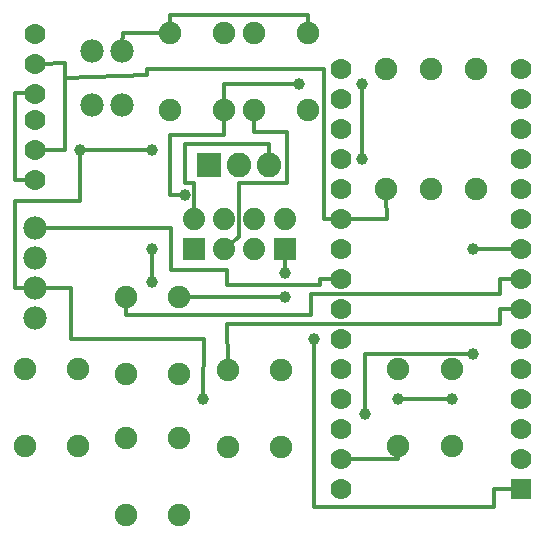
<source format=gbl>
G04 MADE WITH FRITZING*
G04 WWW.FRITZING.ORG*
G04 DOUBLE SIDED*
G04 HOLES PLATED*
G04 CONTOUR ON CENTER OF CONTOUR VECTOR*
%ASAXBY*%
%FSLAX23Y23*%
%MOIN*%
%OFA0B0*%
%SFA1.0B1.0*%
%ADD10C,0.075000*%
%ADD11C,0.082000*%
%ADD12C,0.069444*%
%ADD13C,0.070000*%
%ADD14C,0.074472*%
%ADD15C,0.078000*%
%ADD16C,0.039370*%
%ADD17R,0.082000X0.082000*%
%ADD18R,0.069972X0.070000*%
%ADD19R,0.074472X0.074108*%
%ADD20C,0.012000*%
%LNCOPPER0*%
G90*
G70*
G54D10*
X238Y462D03*
X238Y718D03*
X61Y462D03*
X61Y718D03*
X238Y462D03*
X238Y718D03*
X61Y462D03*
X61Y718D03*
X400Y958D03*
X400Y702D03*
X577Y958D03*
X577Y702D03*
X400Y958D03*
X400Y702D03*
X577Y958D03*
X577Y702D03*
X400Y488D03*
X400Y232D03*
X577Y488D03*
X577Y232D03*
X400Y488D03*
X400Y232D03*
X577Y488D03*
X577Y232D03*
X740Y714D03*
X740Y458D03*
X917Y714D03*
X917Y458D03*
X740Y714D03*
X740Y458D03*
X917Y714D03*
X917Y458D03*
X1485Y462D03*
X1485Y718D03*
X1307Y462D03*
X1307Y718D03*
X1485Y462D03*
X1485Y718D03*
X1307Y462D03*
X1307Y718D03*
G54D11*
X676Y1398D03*
X776Y1398D03*
X876Y1398D03*
G54D12*
X97Y1548D03*
X97Y1448D03*
X97Y1349D03*
X94Y1836D03*
X94Y1736D03*
X94Y1636D03*
G54D13*
X1717Y318D03*
X1717Y418D03*
X1717Y518D03*
X1717Y618D03*
X1717Y718D03*
X1717Y818D03*
X1717Y918D03*
X1717Y1018D03*
X1717Y1118D03*
X1717Y1218D03*
X1717Y1318D03*
X1717Y1418D03*
X1717Y1518D03*
X1717Y1618D03*
X1717Y1718D03*
X1117Y318D03*
X1117Y418D03*
X1117Y518D03*
X1117Y618D03*
X1117Y718D03*
X1117Y818D03*
X1117Y918D03*
X1117Y1018D03*
X1117Y1118D03*
X1117Y1218D03*
X1117Y1318D03*
X1117Y1418D03*
X1117Y1518D03*
X1117Y1618D03*
X1117Y1718D03*
G54D10*
X1417Y1718D03*
X1417Y1318D03*
X1567Y1718D03*
X1567Y1318D03*
X1267Y1718D03*
X1267Y1318D03*
X725Y1582D03*
X725Y1838D03*
X547Y1582D03*
X547Y1838D03*
X725Y1582D03*
X725Y1838D03*
X547Y1582D03*
X547Y1838D03*
X1005Y1582D03*
X1005Y1838D03*
X827Y1582D03*
X827Y1838D03*
X1005Y1582D03*
X1005Y1838D03*
X827Y1582D03*
X827Y1838D03*
G54D14*
X928Y1118D03*
X928Y1218D03*
X827Y1118D03*
X827Y1218D03*
X727Y1118D03*
X727Y1218D03*
X626Y1118D03*
X626Y1218D03*
G54D15*
X287Y1598D03*
X387Y1598D03*
X287Y1778D03*
X387Y1778D03*
X97Y888D03*
X97Y988D03*
X97Y1088D03*
X97Y1188D03*
G54D16*
X597Y1298D03*
X1187Y1418D03*
X1027Y818D03*
X1197Y568D03*
X1557Y768D03*
X1557Y1118D03*
X487Y1448D03*
X247Y1448D03*
X657Y618D03*
X487Y1008D03*
X1307Y618D03*
X1487Y618D03*
X928Y1038D03*
X928Y959D03*
X977Y1668D03*
X1187Y1668D03*
X487Y1118D03*
G54D17*
X676Y1398D03*
G54D18*
X1717Y318D03*
G54D19*
X928Y1118D03*
X626Y1118D03*
G54D20*
X747Y1134D02*
X777Y1158D01*
D02*
X777Y1158D02*
X777Y1338D01*
D02*
X777Y1338D02*
X937Y1338D01*
D02*
X937Y1338D02*
X937Y1508D01*
D02*
X827Y1508D02*
X827Y1559D01*
D02*
X937Y1508D02*
X827Y1508D01*
D02*
X399Y935D02*
X398Y899D01*
D02*
X398Y899D02*
X1017Y899D01*
D02*
X1017Y968D02*
X1647Y968D01*
D02*
X1017Y899D02*
X1017Y968D01*
D02*
X1647Y1018D02*
X1694Y1018D01*
D02*
X1647Y968D02*
X1647Y1018D01*
D02*
X1047Y1019D02*
X1047Y998D01*
D02*
X548Y1049D02*
X548Y1188D01*
D02*
X1094Y1018D02*
X1047Y1019D01*
D02*
X737Y998D02*
X737Y1048D01*
D02*
X1047Y998D02*
X737Y998D01*
D02*
X737Y1048D02*
X548Y1049D01*
D02*
X548Y1188D02*
X217Y1188D01*
D02*
X217Y1188D02*
X122Y1188D01*
D02*
X740Y737D02*
X737Y868D01*
D02*
X737Y868D02*
X1647Y868D01*
D02*
X1647Y919D02*
X1694Y918D01*
D02*
X1647Y868D02*
X1647Y919D01*
D02*
X626Y1244D02*
X627Y1338D01*
D02*
X627Y1338D02*
X597Y1338D01*
D02*
X597Y1338D02*
X597Y1468D01*
D02*
X597Y1468D02*
X877Y1468D01*
D02*
X877Y1468D02*
X877Y1425D01*
D02*
X547Y1298D02*
X547Y1498D01*
D02*
X584Y1298D02*
X547Y1298D01*
D02*
X727Y1499D02*
X725Y1559D01*
D02*
X547Y1498D02*
X727Y1499D01*
D02*
X1187Y1432D02*
X1187Y1655D01*
D02*
X964Y1668D02*
X727Y1668D01*
D02*
X727Y1668D02*
X725Y1605D01*
D02*
X388Y1838D02*
X524Y1838D01*
D02*
X387Y1803D02*
X388Y1838D01*
D02*
X77Y1348D02*
X28Y1348D01*
D02*
X28Y1348D02*
X28Y1639D01*
D02*
X28Y1639D02*
X73Y1637D01*
D02*
X928Y1093D02*
X928Y1052D01*
D02*
X1307Y419D02*
X1141Y418D01*
D02*
X1307Y439D02*
X1307Y419D01*
D02*
X1141Y1218D02*
X1268Y1219D01*
D02*
X1268Y1219D02*
X1267Y1295D01*
D02*
X197Y1448D02*
X197Y1688D01*
D02*
X118Y1448D02*
X197Y1448D01*
D02*
X468Y1718D02*
X1058Y1718D01*
D02*
X197Y1688D02*
X468Y1698D01*
D02*
X468Y1698D02*
X468Y1718D01*
D02*
X1058Y1718D02*
X1058Y1219D01*
D02*
X1058Y1219D02*
X1094Y1219D01*
D02*
X197Y1738D02*
X197Y1688D01*
D02*
X115Y1736D02*
X197Y1738D01*
D02*
X1694Y318D02*
X1627Y318D01*
D02*
X1627Y318D02*
X1627Y258D01*
D02*
X1627Y258D02*
X1027Y258D01*
D02*
X1027Y258D02*
X1027Y805D01*
D02*
X1197Y582D02*
X1197Y769D01*
D02*
X1197Y769D02*
X1544Y768D01*
D02*
X1571Y1118D02*
X1694Y1118D01*
D02*
X73Y989D02*
X28Y989D01*
D02*
X28Y989D02*
X28Y1279D01*
D02*
X28Y1279D02*
X247Y1279D01*
D02*
X247Y1279D02*
X247Y1435D01*
D02*
X657Y632D02*
X658Y818D01*
D02*
X217Y818D02*
X217Y989D01*
D02*
X658Y818D02*
X217Y818D01*
D02*
X217Y989D02*
X122Y988D01*
D02*
X487Y1104D02*
X487Y1022D01*
D02*
X261Y1448D02*
X474Y1448D01*
D02*
X1007Y1899D02*
X1006Y1861D01*
D02*
X547Y1899D02*
X1007Y1899D01*
D02*
X547Y1861D02*
X547Y1899D01*
D02*
X1321Y618D02*
X1474Y618D01*
D02*
X606Y958D02*
X909Y959D01*
G04 End of Copper0*
M02*
</source>
